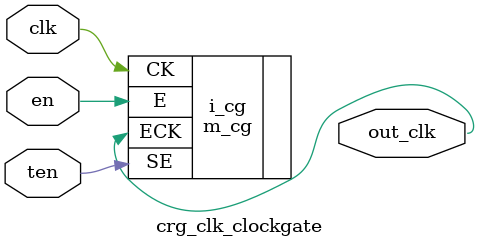
<source format=v>
module crg_clk_clockgate (clk, en, ten, out_clk);
   input   clk;             // Clock input
   input   en;              // Active high clock enable input.
   input   ten;             // To be tied to scan_enable or test_enable
   output  out_clk;         // Gated clock output.

   m_cg i_cg (
              .CK  (clk),
              .E   (en),
              .SE  (ten),
              .ECK (out_clk)
              );

endmodule // crg_clk_clockgate

</source>
